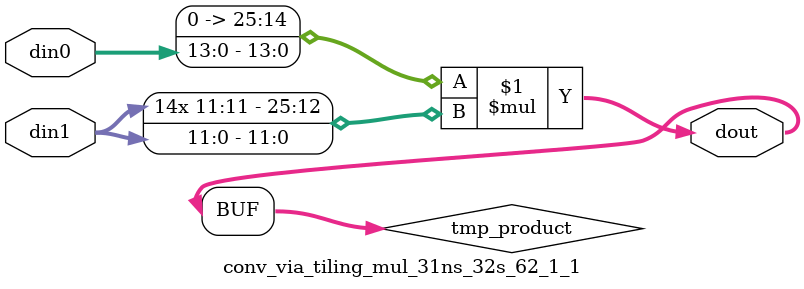
<source format=v>

`timescale 1 ns / 1 ps

 module conv_via_tiling_mul_31ns_32s_62_1_1(din0, din1, dout);
parameter ID = 1;
parameter NUM_STAGE = 0;
parameter din0_WIDTH = 14;
parameter din1_WIDTH = 12;
parameter dout_WIDTH = 26;

input [din0_WIDTH - 1 : 0] din0; 
input [din1_WIDTH - 1 : 0] din1; 
output [dout_WIDTH - 1 : 0] dout;

wire signed [dout_WIDTH - 1 : 0] tmp_product;

























assign tmp_product = $signed({1'b0, din0}) * $signed(din1);










assign dout = tmp_product;





















endmodule

</source>
